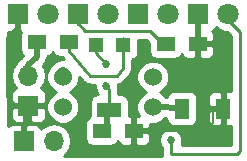
<source format=gbl>
G04 #@! TF.FileFunction,Copper,L2,Bot,Signal*
%FSLAX46Y46*%
G04 Gerber Fmt 4.6, Leading zero omitted, Abs format (unit mm)*
G04 Created by KiCad (PCBNEW 4.0.6) date 2017 October 24, Tuesday 22:14:54*
%MOMM*%
%LPD*%
G01*
G04 APERTURE LIST*
%ADD10C,0.100000*%
%ADD11R,1.500000X1.300000*%
%ADD12R,1.300000X1.700000*%
%ADD13C,1.524000*%
%ADD14R,1.800000X1.800000*%
%ADD15C,1.800000*%
%ADD16R,1.700000X1.700000*%
%ADD17O,1.700000X1.700000*%
%ADD18R,1.300000X1.300000*%
%ADD19R,2.000000X1.300000*%
%ADD20C,0.685800*%
%ADD21C,0.254000*%
%ADD22C,0.152400*%
%ADD23C,0.508000*%
%ADD24C,1.000000*%
G04 APERTURE END LIST*
D10*
D11*
X160650000Y-105000000D03*
X163350000Y-105000000D03*
D12*
X167414000Y-103124000D03*
X170914000Y-103124000D03*
D13*
X157353000Y-100457000D03*
X157353000Y-102997000D03*
X164973000Y-100457000D03*
X164973000Y-102997000D03*
D11*
X155139400Y-97459800D03*
X157839400Y-97459800D03*
X166061400Y-97624900D03*
X168761400Y-97624900D03*
D14*
X158623000Y-95123000D03*
D15*
X161163000Y-95123000D03*
D14*
X163703000Y-95123000D03*
D15*
X166243000Y-95123000D03*
D14*
X168783000Y-95123000D03*
D15*
X171323000Y-95123000D03*
D14*
X153543000Y-95123000D03*
D15*
X156083000Y-95123000D03*
D16*
X154051000Y-105892600D03*
D17*
X156591000Y-105892600D03*
D16*
X154432000Y-102870000D03*
D17*
X154432000Y-100330000D03*
D18*
X162440000Y-97709400D03*
D19*
X161290000Y-103209400D03*
D18*
X160140000Y-97709400D03*
D20*
X161036000Y-101219000D03*
X161036000Y-99314000D03*
X166497000Y-105791000D03*
D21*
X153543000Y-95123000D02*
X153543000Y-96139000D01*
X153416000Y-102870000D02*
X154432000Y-102870000D01*
X152654000Y-102108000D02*
X153416000Y-102870000D01*
X152654000Y-97028000D02*
X152654000Y-102108000D01*
X153543000Y-96139000D02*
X152654000Y-97028000D01*
X154432000Y-102870000D02*
X154051000Y-103251000D01*
X154051000Y-103251000D02*
X154051000Y-105892600D01*
D22*
X170091100Y-103327200D02*
X170091100Y-104381300D01*
X169472400Y-105000000D02*
X163350000Y-105000000D01*
X170091100Y-104381300D02*
X169472400Y-105000000D01*
X168783000Y-95123000D02*
X168783000Y-96469200D01*
X168783000Y-96469200D02*
X168706800Y-96393000D01*
X170091100Y-103327200D02*
X170914000Y-103124000D01*
X168783000Y-95123000D02*
X168783000Y-97603300D01*
X168783000Y-97603300D02*
X168761400Y-97624900D01*
X168783000Y-95123000D02*
X168783000Y-95415100D01*
D21*
X161290000Y-101473000D02*
X161290000Y-103209400D01*
X161036000Y-101219000D02*
X161290000Y-101473000D01*
X160140000Y-97709400D02*
X160140000Y-98418000D01*
X160140000Y-98418000D02*
X161036000Y-99314000D01*
D23*
X161057600Y-105283000D02*
X161057600Y-103441800D01*
D22*
X161057600Y-103441800D02*
X161290000Y-103209400D01*
D23*
X167693400Y-103047800D02*
X164973000Y-102997000D01*
D22*
X164973000Y-102997000D02*
X164846000Y-103124000D01*
D21*
X157839400Y-97459800D02*
X157839400Y-98276400D01*
X162433000Y-99695000D02*
X162440000Y-97709400D01*
X161925000Y-100330000D02*
X162433000Y-99695000D01*
X159639000Y-100330000D02*
X161925000Y-100330000D01*
X157839400Y-98276400D02*
X159639000Y-100330000D01*
X162440000Y-97709400D02*
X162440000Y-97162000D01*
D22*
X162440000Y-97709400D02*
X162440000Y-98227500D01*
D21*
X166061400Y-97624900D02*
X165823900Y-97624900D01*
X165823900Y-97624900D02*
X164719000Y-96520000D01*
X164719000Y-96520000D02*
X160401000Y-96520000D01*
X160401000Y-96520000D02*
X159258000Y-96520000D01*
X159258000Y-96520000D02*
X158623000Y-95885000D01*
X158623000Y-95885000D02*
X158623000Y-95123000D01*
D22*
X158623000Y-96012000D02*
X158623000Y-95123000D01*
D21*
X166497000Y-105791000D02*
X166497000Y-106934000D01*
X166497000Y-106934000D02*
X172085000Y-106934000D01*
X172085000Y-106934000D02*
X172339000Y-106680000D01*
X172339000Y-106680000D02*
X172339000Y-96647000D01*
X172339000Y-96647000D02*
X171323000Y-95631000D01*
D22*
X171323000Y-95631000D02*
X171323000Y-95123000D01*
D23*
X155139400Y-97459800D02*
X155139400Y-98751400D01*
X155139400Y-98751400D02*
X154432000Y-99458800D01*
X154432000Y-99458800D02*
X154432000Y-100330000D01*
D22*
X154051000Y-99695000D02*
X154051000Y-99504500D01*
D24*
X157353000Y-100076000D02*
X157353000Y-100457000D01*
D21*
G36*
X153670000Y-94996000D02*
X153690000Y-94996000D01*
X153690000Y-95250000D01*
X153670000Y-95250000D01*
X153670000Y-96499250D01*
X153782139Y-96611389D01*
X153741960Y-96809800D01*
X153741960Y-98109800D01*
X153786238Y-98345117D01*
X153925310Y-98561241D01*
X154012648Y-98620916D01*
X153803382Y-98830182D01*
X153793848Y-98844451D01*
X153778836Y-98847437D01*
X153548106Y-99001606D01*
X153393937Y-99232336D01*
X153389313Y-99255585D01*
X153352853Y-99279946D01*
X153030946Y-99761715D01*
X152917907Y-100330000D01*
X153030946Y-100898285D01*
X153352853Y-101380054D01*
X153396777Y-101409403D01*
X153222302Y-101481673D01*
X153043673Y-101660301D01*
X152947000Y-101893690D01*
X152947000Y-102584250D01*
X153105750Y-102743000D01*
X154305000Y-102743000D01*
X154305000Y-102723000D01*
X154559000Y-102723000D01*
X154559000Y-102743000D01*
X155758250Y-102743000D01*
X155917000Y-102584250D01*
X155917000Y-101893690D01*
X155820327Y-101660301D01*
X155641698Y-101481673D01*
X155467223Y-101409403D01*
X155511147Y-101380054D01*
X155833054Y-100898285D01*
X155946093Y-100330000D01*
X155833054Y-99761715D01*
X155654118Y-99493918D01*
X155768018Y-99380018D01*
X155960730Y-99091605D01*
X156028400Y-98751400D01*
X156028400Y-98731085D01*
X156124717Y-98712962D01*
X156340841Y-98573890D01*
X156485831Y-98361690D01*
X156488481Y-98348603D01*
X156625310Y-98561241D01*
X156837510Y-98706231D01*
X157089400Y-98757240D01*
X157253984Y-98757240D01*
X157266310Y-98778607D01*
X157420359Y-98954399D01*
X157353000Y-98941000D01*
X156918654Y-99027397D01*
X156550434Y-99273434D01*
X156528767Y-99305861D01*
X156169371Y-99664630D01*
X155956243Y-100177900D01*
X155955758Y-100733661D01*
X156167990Y-101247303D01*
X156560630Y-101640629D01*
X156768512Y-101726949D01*
X156562697Y-101811990D01*
X156169371Y-102204630D01*
X155956243Y-102717900D01*
X155955758Y-103273661D01*
X156167990Y-103787303D01*
X156560630Y-104180629D01*
X157073900Y-104393757D01*
X157629661Y-104394242D01*
X158143303Y-104182010D01*
X158536629Y-103789370D01*
X158749757Y-103276100D01*
X158750242Y-102720339D01*
X158538010Y-102206697D01*
X158145370Y-101813371D01*
X157937488Y-101727051D01*
X158143303Y-101642010D01*
X158536629Y-101249370D01*
X158749757Y-100736100D01*
X158749988Y-100471695D01*
X159065910Y-100832207D01*
X159086067Y-100847686D01*
X159100185Y-100868815D01*
X159203329Y-100937734D01*
X159301721Y-101013291D01*
X159326265Y-101019877D01*
X159347395Y-101033996D01*
X159469069Y-101058199D01*
X159588878Y-101090349D01*
X159614073Y-101087042D01*
X159639000Y-101092000D01*
X160058210Y-101092000D01*
X160057931Y-101412663D01*
X160206493Y-101772212D01*
X160345997Y-101911960D01*
X160290000Y-101911960D01*
X160054683Y-101956238D01*
X159838559Y-102095310D01*
X159693569Y-102307510D01*
X159642560Y-102559400D01*
X159642560Y-103761074D01*
X159448559Y-103885910D01*
X159303569Y-104098110D01*
X159252560Y-104350000D01*
X159252560Y-105650000D01*
X159296838Y-105885317D01*
X159435910Y-106101441D01*
X159648110Y-106246431D01*
X159900000Y-106297440D01*
X161400000Y-106297440D01*
X161635317Y-106253162D01*
X161851441Y-106114090D01*
X161996431Y-105901890D01*
X162003191Y-105868510D01*
X162061673Y-106009699D01*
X162240302Y-106188327D01*
X162473691Y-106285000D01*
X163064250Y-106285000D01*
X163223000Y-106126250D01*
X163223000Y-105127000D01*
X163477000Y-105127000D01*
X163477000Y-106126250D01*
X163635750Y-106285000D01*
X164226309Y-106285000D01*
X164459698Y-106188327D01*
X164638327Y-106009699D01*
X164735000Y-105776310D01*
X164735000Y-105285750D01*
X164576250Y-105127000D01*
X163477000Y-105127000D01*
X163223000Y-105127000D01*
X163203000Y-105127000D01*
X163203000Y-104873000D01*
X163223000Y-104873000D01*
X163223000Y-103873750D01*
X163477000Y-103873750D01*
X163477000Y-104873000D01*
X164576250Y-104873000D01*
X164735000Y-104714250D01*
X164735000Y-104393793D01*
X165249661Y-104394242D01*
X165763303Y-104182010D01*
X166039721Y-103906075D01*
X166116560Y-103907509D01*
X166116560Y-103974000D01*
X166160838Y-104209317D01*
X166299910Y-104425441D01*
X166512110Y-104570431D01*
X166764000Y-104621440D01*
X168064000Y-104621440D01*
X168299317Y-104577162D01*
X168515441Y-104438090D01*
X168660431Y-104225890D01*
X168711440Y-103974000D01*
X168711440Y-103409750D01*
X169629000Y-103409750D01*
X169629000Y-104100310D01*
X169725673Y-104333699D01*
X169904302Y-104512327D01*
X170137691Y-104609000D01*
X170628250Y-104609000D01*
X170787000Y-104450250D01*
X170787000Y-103251000D01*
X169787750Y-103251000D01*
X169629000Y-103409750D01*
X168711440Y-103409750D01*
X168711440Y-102274000D01*
X168687674Y-102147690D01*
X169629000Y-102147690D01*
X169629000Y-102838250D01*
X169787750Y-102997000D01*
X170787000Y-102997000D01*
X170787000Y-101797750D01*
X170628250Y-101639000D01*
X170137691Y-101639000D01*
X169904302Y-101735673D01*
X169725673Y-101914301D01*
X169629000Y-102147690D01*
X168687674Y-102147690D01*
X168667162Y-102038683D01*
X168528090Y-101822559D01*
X168315890Y-101677569D01*
X168064000Y-101626560D01*
X166764000Y-101626560D01*
X166528683Y-101670838D01*
X166312559Y-101809910D01*
X166167569Y-102022110D01*
X166145772Y-102129745D01*
X166079966Y-102128516D01*
X165765370Y-101813371D01*
X165557488Y-101727051D01*
X165763303Y-101642010D01*
X166156629Y-101249370D01*
X166369757Y-100736100D01*
X166370242Y-100180339D01*
X166158010Y-99666697D01*
X165765370Y-99273371D01*
X165252100Y-99060243D01*
X164696339Y-99059758D01*
X164182697Y-99271990D01*
X163789371Y-99664630D01*
X163576243Y-100177900D01*
X163575758Y-100733661D01*
X163787990Y-101247303D01*
X164180630Y-101640629D01*
X164388512Y-101726949D01*
X164182697Y-101811990D01*
X163789371Y-102204630D01*
X163576243Y-102717900D01*
X163575758Y-103273661D01*
X163758115Y-103715000D01*
X163635750Y-103715000D01*
X163477000Y-103873750D01*
X163223000Y-103873750D01*
X163064250Y-103715000D01*
X162937440Y-103715000D01*
X162937440Y-102559400D01*
X162893162Y-102324083D01*
X162754090Y-102107959D01*
X162541890Y-101962969D01*
X162290000Y-101911960D01*
X162052000Y-101911960D01*
X162052000Y-101473000D01*
X162013846Y-101281188D01*
X162014016Y-101085796D01*
X162111398Y-101054923D01*
X162216605Y-101033996D01*
X162251994Y-101010350D01*
X162292564Y-100997488D01*
X162374628Y-100928408D01*
X162463815Y-100868815D01*
X162487460Y-100833428D01*
X162520022Y-100806018D01*
X163028022Y-100171017D01*
X163076793Y-100076968D01*
X163135964Y-99989085D01*
X163144681Y-99946053D01*
X163164893Y-99907077D01*
X163173960Y-99801521D01*
X163194995Y-99697686D01*
X163197502Y-98986612D01*
X163325317Y-98962562D01*
X163541441Y-98823490D01*
X163686431Y-98611290D01*
X163737440Y-98359400D01*
X163737440Y-97282000D01*
X164403370Y-97282000D01*
X164663960Y-97542590D01*
X164663960Y-98274900D01*
X164708238Y-98510217D01*
X164847310Y-98726341D01*
X165059510Y-98871331D01*
X165311400Y-98922340D01*
X166811400Y-98922340D01*
X167046717Y-98878062D01*
X167262841Y-98738990D01*
X167407831Y-98526790D01*
X167414591Y-98493410D01*
X167473073Y-98634599D01*
X167651702Y-98813227D01*
X167885091Y-98909900D01*
X168475650Y-98909900D01*
X168634400Y-98751150D01*
X168634400Y-97751900D01*
X168888400Y-97751900D01*
X168888400Y-98751150D01*
X169047150Y-98909900D01*
X169637709Y-98909900D01*
X169871098Y-98813227D01*
X170049727Y-98634599D01*
X170146400Y-98401210D01*
X170146400Y-97910650D01*
X169987650Y-97751900D01*
X168888400Y-97751900D01*
X168634400Y-97751900D01*
X168614400Y-97751900D01*
X168614400Y-97497900D01*
X168634400Y-97497900D01*
X168634400Y-96520850D01*
X168656000Y-96499250D01*
X168656000Y-95250000D01*
X168636000Y-95250000D01*
X168636000Y-94996000D01*
X168656000Y-94996000D01*
X168656000Y-94976000D01*
X168910000Y-94976000D01*
X168910000Y-94996000D01*
X168930000Y-94996000D01*
X168930000Y-95250000D01*
X168910000Y-95250000D01*
X168910000Y-96477050D01*
X168888400Y-96498650D01*
X168888400Y-97497900D01*
X169987650Y-97497900D01*
X170146400Y-97339150D01*
X170146400Y-96848590D01*
X170049727Y-96615201D01*
X170009573Y-96575048D01*
X170042698Y-96561327D01*
X170221327Y-96382699D01*
X170277119Y-96248006D01*
X170452357Y-96423551D01*
X171016330Y-96657733D01*
X171272326Y-96657956D01*
X171577000Y-96962630D01*
X171577000Y-101639000D01*
X171199750Y-101639000D01*
X171041000Y-101797750D01*
X171041000Y-102997000D01*
X171061000Y-102997000D01*
X171061000Y-103251000D01*
X171041000Y-103251000D01*
X171041000Y-104450250D01*
X171199750Y-104609000D01*
X171577000Y-104609000D01*
X171577000Y-106172000D01*
X167397650Y-106172000D01*
X167474730Y-105986370D01*
X167475069Y-105597337D01*
X167326507Y-105237788D01*
X167051659Y-104962460D01*
X166692370Y-104813270D01*
X166303337Y-104812931D01*
X165943788Y-104961493D01*
X165668460Y-105236341D01*
X165519270Y-105595630D01*
X165518931Y-105984663D01*
X165667493Y-106344212D01*
X165735000Y-106411837D01*
X165735000Y-106934000D01*
X165770605Y-107113000D01*
X157429653Y-107113000D01*
X157641054Y-106971747D01*
X157962961Y-106489978D01*
X158076000Y-105921693D01*
X158076000Y-105863507D01*
X157962961Y-105295222D01*
X157641054Y-104813453D01*
X157159285Y-104491546D01*
X156591000Y-104378507D01*
X156022715Y-104491546D01*
X155540946Y-104813453D01*
X155511597Y-104857377D01*
X155439327Y-104682902D01*
X155260699Y-104504273D01*
X155027310Y-104407600D01*
X154336750Y-104407600D01*
X154178000Y-104566350D01*
X154178000Y-105765600D01*
X154198000Y-105765600D01*
X154198000Y-106019600D01*
X154178000Y-106019600D01*
X154178000Y-106039600D01*
X153924000Y-106039600D01*
X153924000Y-106019600D01*
X153904000Y-106019600D01*
X153904000Y-105765600D01*
X153924000Y-105765600D01*
X153924000Y-104566350D01*
X153765250Y-104407600D01*
X153074690Y-104407600D01*
X152841301Y-104504273D01*
X152729000Y-104616575D01*
X152729000Y-103155750D01*
X152947000Y-103155750D01*
X152947000Y-103846310D01*
X153043673Y-104079699D01*
X153222302Y-104258327D01*
X153455691Y-104355000D01*
X154146250Y-104355000D01*
X154305000Y-104196250D01*
X154305000Y-102997000D01*
X154559000Y-102997000D01*
X154559000Y-104196250D01*
X154717750Y-104355000D01*
X155408309Y-104355000D01*
X155641698Y-104258327D01*
X155820327Y-104079699D01*
X155917000Y-103846310D01*
X155917000Y-103155750D01*
X155758250Y-102997000D01*
X154559000Y-102997000D01*
X154305000Y-102997000D01*
X153105750Y-102997000D01*
X152947000Y-103155750D01*
X152729000Y-103155750D01*
X152729000Y-96658000D01*
X153257250Y-96658000D01*
X153416000Y-96499250D01*
X153416000Y-95250000D01*
X153396000Y-95250000D01*
X153396000Y-94996000D01*
X153416000Y-94996000D01*
X153416000Y-94976000D01*
X153670000Y-94976000D01*
X153670000Y-94996000D01*
X153670000Y-94996000D01*
G37*
X153670000Y-94996000D02*
X153690000Y-94996000D01*
X153690000Y-95250000D01*
X153670000Y-95250000D01*
X153670000Y-96499250D01*
X153782139Y-96611389D01*
X153741960Y-96809800D01*
X153741960Y-98109800D01*
X153786238Y-98345117D01*
X153925310Y-98561241D01*
X154012648Y-98620916D01*
X153803382Y-98830182D01*
X153793848Y-98844451D01*
X153778836Y-98847437D01*
X153548106Y-99001606D01*
X153393937Y-99232336D01*
X153389313Y-99255585D01*
X153352853Y-99279946D01*
X153030946Y-99761715D01*
X152917907Y-100330000D01*
X153030946Y-100898285D01*
X153352853Y-101380054D01*
X153396777Y-101409403D01*
X153222302Y-101481673D01*
X153043673Y-101660301D01*
X152947000Y-101893690D01*
X152947000Y-102584250D01*
X153105750Y-102743000D01*
X154305000Y-102743000D01*
X154305000Y-102723000D01*
X154559000Y-102723000D01*
X154559000Y-102743000D01*
X155758250Y-102743000D01*
X155917000Y-102584250D01*
X155917000Y-101893690D01*
X155820327Y-101660301D01*
X155641698Y-101481673D01*
X155467223Y-101409403D01*
X155511147Y-101380054D01*
X155833054Y-100898285D01*
X155946093Y-100330000D01*
X155833054Y-99761715D01*
X155654118Y-99493918D01*
X155768018Y-99380018D01*
X155960730Y-99091605D01*
X156028400Y-98751400D01*
X156028400Y-98731085D01*
X156124717Y-98712962D01*
X156340841Y-98573890D01*
X156485831Y-98361690D01*
X156488481Y-98348603D01*
X156625310Y-98561241D01*
X156837510Y-98706231D01*
X157089400Y-98757240D01*
X157253984Y-98757240D01*
X157266310Y-98778607D01*
X157420359Y-98954399D01*
X157353000Y-98941000D01*
X156918654Y-99027397D01*
X156550434Y-99273434D01*
X156528767Y-99305861D01*
X156169371Y-99664630D01*
X155956243Y-100177900D01*
X155955758Y-100733661D01*
X156167990Y-101247303D01*
X156560630Y-101640629D01*
X156768512Y-101726949D01*
X156562697Y-101811990D01*
X156169371Y-102204630D01*
X155956243Y-102717900D01*
X155955758Y-103273661D01*
X156167990Y-103787303D01*
X156560630Y-104180629D01*
X157073900Y-104393757D01*
X157629661Y-104394242D01*
X158143303Y-104182010D01*
X158536629Y-103789370D01*
X158749757Y-103276100D01*
X158750242Y-102720339D01*
X158538010Y-102206697D01*
X158145370Y-101813371D01*
X157937488Y-101727051D01*
X158143303Y-101642010D01*
X158536629Y-101249370D01*
X158749757Y-100736100D01*
X158749988Y-100471695D01*
X159065910Y-100832207D01*
X159086067Y-100847686D01*
X159100185Y-100868815D01*
X159203329Y-100937734D01*
X159301721Y-101013291D01*
X159326265Y-101019877D01*
X159347395Y-101033996D01*
X159469069Y-101058199D01*
X159588878Y-101090349D01*
X159614073Y-101087042D01*
X159639000Y-101092000D01*
X160058210Y-101092000D01*
X160057931Y-101412663D01*
X160206493Y-101772212D01*
X160345997Y-101911960D01*
X160290000Y-101911960D01*
X160054683Y-101956238D01*
X159838559Y-102095310D01*
X159693569Y-102307510D01*
X159642560Y-102559400D01*
X159642560Y-103761074D01*
X159448559Y-103885910D01*
X159303569Y-104098110D01*
X159252560Y-104350000D01*
X159252560Y-105650000D01*
X159296838Y-105885317D01*
X159435910Y-106101441D01*
X159648110Y-106246431D01*
X159900000Y-106297440D01*
X161400000Y-106297440D01*
X161635317Y-106253162D01*
X161851441Y-106114090D01*
X161996431Y-105901890D01*
X162003191Y-105868510D01*
X162061673Y-106009699D01*
X162240302Y-106188327D01*
X162473691Y-106285000D01*
X163064250Y-106285000D01*
X163223000Y-106126250D01*
X163223000Y-105127000D01*
X163477000Y-105127000D01*
X163477000Y-106126250D01*
X163635750Y-106285000D01*
X164226309Y-106285000D01*
X164459698Y-106188327D01*
X164638327Y-106009699D01*
X164735000Y-105776310D01*
X164735000Y-105285750D01*
X164576250Y-105127000D01*
X163477000Y-105127000D01*
X163223000Y-105127000D01*
X163203000Y-105127000D01*
X163203000Y-104873000D01*
X163223000Y-104873000D01*
X163223000Y-103873750D01*
X163477000Y-103873750D01*
X163477000Y-104873000D01*
X164576250Y-104873000D01*
X164735000Y-104714250D01*
X164735000Y-104393793D01*
X165249661Y-104394242D01*
X165763303Y-104182010D01*
X166039721Y-103906075D01*
X166116560Y-103907509D01*
X166116560Y-103974000D01*
X166160838Y-104209317D01*
X166299910Y-104425441D01*
X166512110Y-104570431D01*
X166764000Y-104621440D01*
X168064000Y-104621440D01*
X168299317Y-104577162D01*
X168515441Y-104438090D01*
X168660431Y-104225890D01*
X168711440Y-103974000D01*
X168711440Y-103409750D01*
X169629000Y-103409750D01*
X169629000Y-104100310D01*
X169725673Y-104333699D01*
X169904302Y-104512327D01*
X170137691Y-104609000D01*
X170628250Y-104609000D01*
X170787000Y-104450250D01*
X170787000Y-103251000D01*
X169787750Y-103251000D01*
X169629000Y-103409750D01*
X168711440Y-103409750D01*
X168711440Y-102274000D01*
X168687674Y-102147690D01*
X169629000Y-102147690D01*
X169629000Y-102838250D01*
X169787750Y-102997000D01*
X170787000Y-102997000D01*
X170787000Y-101797750D01*
X170628250Y-101639000D01*
X170137691Y-101639000D01*
X169904302Y-101735673D01*
X169725673Y-101914301D01*
X169629000Y-102147690D01*
X168687674Y-102147690D01*
X168667162Y-102038683D01*
X168528090Y-101822559D01*
X168315890Y-101677569D01*
X168064000Y-101626560D01*
X166764000Y-101626560D01*
X166528683Y-101670838D01*
X166312559Y-101809910D01*
X166167569Y-102022110D01*
X166145772Y-102129745D01*
X166079966Y-102128516D01*
X165765370Y-101813371D01*
X165557488Y-101727051D01*
X165763303Y-101642010D01*
X166156629Y-101249370D01*
X166369757Y-100736100D01*
X166370242Y-100180339D01*
X166158010Y-99666697D01*
X165765370Y-99273371D01*
X165252100Y-99060243D01*
X164696339Y-99059758D01*
X164182697Y-99271990D01*
X163789371Y-99664630D01*
X163576243Y-100177900D01*
X163575758Y-100733661D01*
X163787990Y-101247303D01*
X164180630Y-101640629D01*
X164388512Y-101726949D01*
X164182697Y-101811990D01*
X163789371Y-102204630D01*
X163576243Y-102717900D01*
X163575758Y-103273661D01*
X163758115Y-103715000D01*
X163635750Y-103715000D01*
X163477000Y-103873750D01*
X163223000Y-103873750D01*
X163064250Y-103715000D01*
X162937440Y-103715000D01*
X162937440Y-102559400D01*
X162893162Y-102324083D01*
X162754090Y-102107959D01*
X162541890Y-101962969D01*
X162290000Y-101911960D01*
X162052000Y-101911960D01*
X162052000Y-101473000D01*
X162013846Y-101281188D01*
X162014016Y-101085796D01*
X162111398Y-101054923D01*
X162216605Y-101033996D01*
X162251994Y-101010350D01*
X162292564Y-100997488D01*
X162374628Y-100928408D01*
X162463815Y-100868815D01*
X162487460Y-100833428D01*
X162520022Y-100806018D01*
X163028022Y-100171017D01*
X163076793Y-100076968D01*
X163135964Y-99989085D01*
X163144681Y-99946053D01*
X163164893Y-99907077D01*
X163173960Y-99801521D01*
X163194995Y-99697686D01*
X163197502Y-98986612D01*
X163325317Y-98962562D01*
X163541441Y-98823490D01*
X163686431Y-98611290D01*
X163737440Y-98359400D01*
X163737440Y-97282000D01*
X164403370Y-97282000D01*
X164663960Y-97542590D01*
X164663960Y-98274900D01*
X164708238Y-98510217D01*
X164847310Y-98726341D01*
X165059510Y-98871331D01*
X165311400Y-98922340D01*
X166811400Y-98922340D01*
X167046717Y-98878062D01*
X167262841Y-98738990D01*
X167407831Y-98526790D01*
X167414591Y-98493410D01*
X167473073Y-98634599D01*
X167651702Y-98813227D01*
X167885091Y-98909900D01*
X168475650Y-98909900D01*
X168634400Y-98751150D01*
X168634400Y-97751900D01*
X168888400Y-97751900D01*
X168888400Y-98751150D01*
X169047150Y-98909900D01*
X169637709Y-98909900D01*
X169871098Y-98813227D01*
X170049727Y-98634599D01*
X170146400Y-98401210D01*
X170146400Y-97910650D01*
X169987650Y-97751900D01*
X168888400Y-97751900D01*
X168634400Y-97751900D01*
X168614400Y-97751900D01*
X168614400Y-97497900D01*
X168634400Y-97497900D01*
X168634400Y-96520850D01*
X168656000Y-96499250D01*
X168656000Y-95250000D01*
X168636000Y-95250000D01*
X168636000Y-94996000D01*
X168656000Y-94996000D01*
X168656000Y-94976000D01*
X168910000Y-94976000D01*
X168910000Y-94996000D01*
X168930000Y-94996000D01*
X168930000Y-95250000D01*
X168910000Y-95250000D01*
X168910000Y-96477050D01*
X168888400Y-96498650D01*
X168888400Y-97497900D01*
X169987650Y-97497900D01*
X170146400Y-97339150D01*
X170146400Y-96848590D01*
X170049727Y-96615201D01*
X170009573Y-96575048D01*
X170042698Y-96561327D01*
X170221327Y-96382699D01*
X170277119Y-96248006D01*
X170452357Y-96423551D01*
X171016330Y-96657733D01*
X171272326Y-96657956D01*
X171577000Y-96962630D01*
X171577000Y-101639000D01*
X171199750Y-101639000D01*
X171041000Y-101797750D01*
X171041000Y-102997000D01*
X171061000Y-102997000D01*
X171061000Y-103251000D01*
X171041000Y-103251000D01*
X171041000Y-104450250D01*
X171199750Y-104609000D01*
X171577000Y-104609000D01*
X171577000Y-106172000D01*
X167397650Y-106172000D01*
X167474730Y-105986370D01*
X167475069Y-105597337D01*
X167326507Y-105237788D01*
X167051659Y-104962460D01*
X166692370Y-104813270D01*
X166303337Y-104812931D01*
X165943788Y-104961493D01*
X165668460Y-105236341D01*
X165519270Y-105595630D01*
X165518931Y-105984663D01*
X165667493Y-106344212D01*
X165735000Y-106411837D01*
X165735000Y-106934000D01*
X165770605Y-107113000D01*
X157429653Y-107113000D01*
X157641054Y-106971747D01*
X157962961Y-106489978D01*
X158076000Y-105921693D01*
X158076000Y-105863507D01*
X157962961Y-105295222D01*
X157641054Y-104813453D01*
X157159285Y-104491546D01*
X156591000Y-104378507D01*
X156022715Y-104491546D01*
X155540946Y-104813453D01*
X155511597Y-104857377D01*
X155439327Y-104682902D01*
X155260699Y-104504273D01*
X155027310Y-104407600D01*
X154336750Y-104407600D01*
X154178000Y-104566350D01*
X154178000Y-105765600D01*
X154198000Y-105765600D01*
X154198000Y-106019600D01*
X154178000Y-106019600D01*
X154178000Y-106039600D01*
X153924000Y-106039600D01*
X153924000Y-106019600D01*
X153904000Y-106019600D01*
X153904000Y-105765600D01*
X153924000Y-105765600D01*
X153924000Y-104566350D01*
X153765250Y-104407600D01*
X153074690Y-104407600D01*
X152841301Y-104504273D01*
X152729000Y-104616575D01*
X152729000Y-103155750D01*
X152947000Y-103155750D01*
X152947000Y-103846310D01*
X153043673Y-104079699D01*
X153222302Y-104258327D01*
X153455691Y-104355000D01*
X154146250Y-104355000D01*
X154305000Y-104196250D01*
X154305000Y-102997000D01*
X154559000Y-102997000D01*
X154559000Y-104196250D01*
X154717750Y-104355000D01*
X155408309Y-104355000D01*
X155641698Y-104258327D01*
X155820327Y-104079699D01*
X155917000Y-103846310D01*
X155917000Y-103155750D01*
X155758250Y-102997000D01*
X154559000Y-102997000D01*
X154305000Y-102997000D01*
X153105750Y-102997000D01*
X152947000Y-103155750D01*
X152729000Y-103155750D01*
X152729000Y-96658000D01*
X153257250Y-96658000D01*
X153416000Y-96499250D01*
X153416000Y-95250000D01*
X153396000Y-95250000D01*
X153396000Y-94996000D01*
X153416000Y-94996000D01*
X153416000Y-94976000D01*
X153670000Y-94976000D01*
X153670000Y-94996000D01*
M02*

</source>
